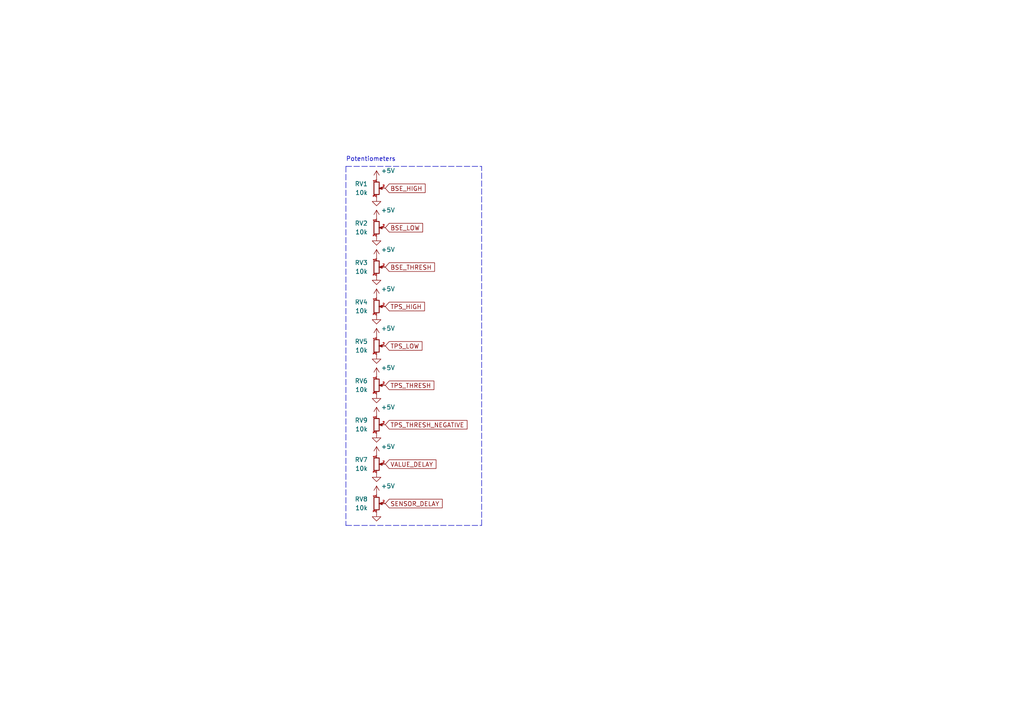
<source format=kicad_sch>
(kicad_sch (version 20231120) (generator "eeschema") (generator_version "8.0")
  (paper "A4")
  (lib_symbols
    (symbol "+5V_1" (power) (pin_names (offset 0))
      (property "Value" "+5V" (at 0 3.556 0))
      (symbol "+5V_1_0_1"
        (polyline (pts (xy -0.762 1.27) (xy 0 2.54)))
        (polyline (pts (xy 0 0) (xy 0 2.54)))
        (polyline (pts (xy 0 2.54) (xy 0.762 1.27)))
      )
      (symbol "+5V_1_1_1"
        (pin power_in line (at 0 0 90) (length 0) hide (name "+5V") (number "1"))
      )
    )
    (symbol "+5V_2" (power) (pin_names (offset 0))
      (property "Value" "+5V" (at 0 3.556 0))
      (symbol "+5V_2_0_1"
        (polyline (pts (xy -0.762 1.27) (xy 0 2.54)))
        (polyline (pts (xy 0 0) (xy 0 2.54)))
        (polyline (pts (xy 0 2.54) (xy 0.762 1.27)))
      )
      (symbol "+5V_2_1_1"
        (pin power_in line (at 0 0 90) (length 0) hide (name "+5V") (number "1"))
      )
    )
    (symbol "+5V_3" (power) (pin_names (offset 0))
      (property "Value" "+5V" (at 0 3.556 0))
      (symbol "+5V_3_0_1"
        (polyline (pts (xy -0.762 1.27) (xy 0 2.54)))
        (polyline (pts (xy 0 0) (xy 0 2.54)))
        (polyline (pts (xy 0 2.54) (xy 0.762 1.27)))
      )
      (symbol "+5V_3_1_1"
        (pin power_in line (at 0 0 90) (length 0) hide (name "+5V") (number "1"))
      )
    )
    (symbol "+5V_4" (power) (pin_names (offset 0))
      (property "Value" "+5V" (at 0 3.556 0))
      (symbol "+5V_4_0_1"
        (polyline (pts (xy -0.762 1.27) (xy 0 2.54)))
        (polyline (pts (xy 0 0) (xy 0 2.54)))
        (polyline (pts (xy 0 2.54) (xy 0.762 1.27)))
      )
      (symbol "+5V_4_1_1"
        (pin power_in line (at 0 0 90) (length 0) hide (name "+5V") (number "1"))
      )
    )
    (symbol "+5V_5" (power) (pin_names (offset 0))
      (property "Value" "+5V" (at 0 3.556 0))
      (symbol "+5V_5_0_1"
        (polyline (pts (xy -0.762 1.27) (xy 0 2.54)))
        (polyline (pts (xy 0 0) (xy 0 2.54)))
        (polyline (pts (xy 0 2.54) (xy 0.762 1.27)))
      )
      (symbol "+5V_5_1_1"
        (pin power_in line (at 0 0 90) (length 0) hide (name "+5V") (number "1"))
      )
    )
    (symbol "+5V_6" (power) (pin_names (offset 0))
      (property "Value" "+5V" (at 0 3.556 0))
      (symbol "+5V_6_0_1"
        (polyline (pts (xy -0.762 1.27) (xy 0 2.54)))
        (polyline (pts (xy 0 0) (xy 0 2.54)))
        (polyline (pts (xy 0 2.54) (xy 0.762 1.27)))
      )
      (symbol "+5V_6_1_1"
        (pin power_in line (at 0 0 90) (length 0) hide (name "+5V") (number "1"))
      )
    )
    (symbol "+5V_7" (power) (pin_names (offset 0))
      (property "Value" "+5V" (at 0 3.556 0))
      (symbol "+5V_7_0_1"
        (polyline (pts (xy -0.762 1.27) (xy 0 2.54)))
        (polyline (pts (xy 0 0) (xy 0 2.54)))
        (polyline (pts (xy 0 2.54) (xy 0.762 1.27)))
      )
      (symbol "+5V_7_1_1"
        (pin power_in line (at 0 0 90) (length 0) hide (name "+5V") (number "1"))
      )
    )
    (symbol "+5V_8" (power) (pin_names (offset 0))
      (property "Value" "+5V" (at 0 3.556 0))
      (symbol "+5V_8_0_1"
        (polyline (pts (xy -0.762 1.27) (xy 0 2.54)))
        (polyline (pts (xy 0 0) (xy 0 2.54)))
        (polyline (pts (xy 0 2.54) (xy 0.762 1.27)))
      )
      (symbol "+5V_8_1_1"
        (pin power_in line (at 0 0 90) (length 0) hide (name "+5V") (number "1"))
      )
    )
    (symbol "Device:R_Potentiometer_Small" (pin_names (offset 1.016) hide)
      (property "Reference" "RV" (at -4.445 0 90))
      (property "Value" "R_Potentiometer_Small" (at -2.54 0 90))
      (symbol "R_Potentiometer_Small_0_1"
        (polyline (pts (xy 0.889 0) (xy 0.635 0) (xy 1.651 0.381) (xy 1.651 -0.381) (xy 0.635 0) (xy 0.889 0)) (fill (type outline)))
        (rectangle (start 0.762 1.8034) (end -0.762 -1.8034) (stroke (width 0.254)))
      )
      (symbol "R_Potentiometer_Small_1_1"
        (pin passive line (at 0 2.54 270) (length 0.635) (name "1") (number "1"))
        (pin passive line (at 2.54 0 180) (length 0.9906) (name "2") (number "2"))
        (pin passive line (at 0 -2.54 90) (length 0.635) (name "3") (number "3"))
      )
    )
    (symbol "GND_1" (power) (pin_names (offset 0))
      (property "Value" "GND" (at 0 -3.81 0))
      (symbol "GND_1_0_1"
        (polyline (pts (xy 0 0) (xy 0 -1.27) (xy 1.27 -1.27) (xy 0 -2.54) (xy -1.27 -1.27) (xy 0 -1.27)))
      )
      (symbol "GND_1_1_1"
        (pin power_in line (at 0 0 270) (length 0) hide (name "GND") (number "1"))
      )
    )
    (symbol "GND_2" (power) (pin_names (offset 0))
      (property "Value" "GND" (at 0 -3.81 0))
      (symbol "GND_2_0_1"
        (polyline (pts (xy 0 0) (xy 0 -1.27) (xy 1.27 -1.27) (xy 0 -2.54) (xy -1.27 -1.27) (xy 0 -1.27)))
      )
      (symbol "GND_2_1_1"
        (pin power_in line (at 0 0 270) (length 0) hide (name "GND") (number "1"))
      )
    )
    (symbol "GND_3" (power) (pin_names (offset 0))
      (property "Value" "GND" (at 0 -3.81 0))
      (symbol "GND_3_0_1"
        (polyline (pts (xy 0 0) (xy 0 -1.27) (xy 1.27 -1.27) (xy 0 -2.54) (xy -1.27 -1.27) (xy 0 -1.27)))
      )
      (symbol "GND_3_1_1"
        (pin power_in line (at 0 0 270) (length 0) hide (name "GND") (number "1"))
      )
    )
    (symbol "GND_4" (power) (pin_names (offset 0))
      (property "Value" "GND" (at 0 -3.81 0))
      (symbol "GND_4_0_1"
        (polyline (pts (xy 0 0) (xy 0 -1.27) (xy 1.27 -1.27) (xy 0 -2.54) (xy -1.27 -1.27) (xy 0 -1.27)))
      )
      (symbol "GND_4_1_1"
        (pin power_in line (at 0 0 270) (length 0) hide (name "GND") (number "1"))
      )
    )
    (symbol "GND_5" (power) (pin_names (offset 0))
      (property "Value" "GND" (at 0 -3.81 0))
      (symbol "GND_5_0_1"
        (polyline (pts (xy 0 0) (xy 0 -1.27) (xy 1.27 -1.27) (xy 0 -2.54) (xy -1.27 -1.27) (xy 0 -1.27)))
      )
      (symbol "GND_5_1_1"
        (pin power_in line (at 0 0 270) (length 0) hide (name "GND") (number "1"))
      )
    )
    (symbol "GND_6" (power) (pin_names (offset 0))
      (property "Value" "GND" (at 0 -3.81 0))
      (symbol "GND_6_0_1"
        (polyline (pts (xy 0 0) (xy 0 -1.27) (xy 1.27 -1.27) (xy 0 -2.54) (xy -1.27 -1.27) (xy 0 -1.27)))
      )
      (symbol "GND_6_1_1"
        (pin power_in line (at 0 0 270) (length 0) hide (name "GND") (number "1"))
      )
    )
    (symbol "GND_7" (power) (pin_names (offset 0))
      (property "Value" "GND" (at 0 -3.81 0))
      (symbol "GND_7_0_1"
        (polyline (pts (xy 0 0) (xy 0 -1.27) (xy 1.27 -1.27) (xy 0 -2.54) (xy -1.27 -1.27) (xy 0 -1.27)))
      )
      (symbol "GND_7_1_1"
        (pin power_in line (at 0 0 270) (length 0) hide (name "GND") (number "1"))
      )
    )
    (symbol "GND_8" (power) (pin_names (offset 0))
      (property "Value" "GND" (at 0 -3.81 0))
      (symbol "GND_8_0_1"
        (polyline (pts (xy 0 0) (xy 0 -1.27) (xy 1.27 -1.27) (xy 0 -2.54) (xy -1.27 -1.27) (xy 0 -1.27)))
      )
      (symbol "GND_8_1_1"
        (pin power_in line (at 0 0 270) (length 0) hide (name "GND") (number "1"))
      )
    )
    (symbol "power:+5V" (power) (pin_names (offset 0))
      (property "Value" "+5V" (at 0 3.556 0))
      (symbol "+5V_0_1"
        (polyline (pts (xy -0.762 1.27) (xy 0 2.54)))
        (polyline (pts (xy 0 0) (xy 0 2.54)))
        (polyline (pts (xy 0 2.54) (xy 0.762 1.27)))
      )
      (symbol "+5V_1_1"
        (pin power_in line (at 0 0 90) (length 0) hide (name "+5V") (number "1"))
      )
    )
    (symbol "power:GND" (power) (pin_names (offset 0))
      (property "Value" "GND" (at 0 -3.81 0))
      (symbol "GND_0_1"
        (polyline (pts (xy 0 0) (xy 0 -1.27) (xy 1.27 -1.27) (xy 0 -2.54) (xy -1.27 -1.27) (xy 0 -1.27)))
      )
      (symbol "GND_1_1"
        (pin power_in line (at 0 0 270) (length 0) hide (name "GND") (number "1"))
      )
    )
  )
  (polyline (pts (xy 139.7 152.4) (xy 139.7 48.26)) (stroke (width 0) (type dash)))
  (polyline (pts (xy 100.33 48.26) (xy 100.33 152.4)) (stroke (width 0) (type dash)))
  (polyline (pts (xy 100.33 152.4) (xy 139.7 152.4)) (stroke (width 0) (type dash)))
  (polyline (pts (xy 100.33 48.26) (xy 139.7 48.26)) (stroke (width 0) (type dash)))
  (text "Potentiometers" (at 100.33 46.99 0) (effects (font (size 1.27 1.27)) (justify left bottom)))
  (global_label "BSE_THRESH" (shape input) (at 111.76 77.47 0) (property "Intersheetrefs" "${INTERSHEET_REFS}" (effects (hide yes))))
  (global_label "SENSOR_DELAY" (shape input) (at 111.76 146.05 0) (property "Intersheetrefs" "${INTERSHEET_REFS}" (effects (hide yes))))
  (global_label "TPS_THRESH_NEGATIVE" (shape input) (at 111.76 123.19 0) (property "Intersheetrefs" "${INTERSHEET_REFS}" (effects (hide yes))))
  (global_label "TPS_THRESH" (shape input) (at 111.76 111.76 0) (property "Intersheetrefs" "${INTERSHEET_REFS}" (effects (hide yes))))
  (global_label "BSE_HIGH" (shape input) (at 111.76 54.61 0) (property "Intersheetrefs" "${INTERSHEET_REFS}" (effects (hide yes))))
  (global_label "TPS_LOW" (shape input) (at 111.76 100.33 0) (property "Intersheetrefs" "${INTERSHEET_REFS}" (effects (hide yes))))
  (global_label "VALUE_DELAY" (shape input) (at 111.76 134.62 0) (property "Intersheetrefs" "${INTERSHEET_REFS}" (effects (hide yes))))
  (global_label "BSE_LOW" (shape input) (at 111.76 66.04 0) (property "Intersheetrefs" "${INTERSHEET_REFS}" (effects (hide yes))))
  (global_label "TPS_HIGH" (shape input) (at 111.76 88.9 0) (property "Intersheetrefs" "${INTERSHEET_REFS}" (effects (hide yes))))
  (symbol (lib_id "power:GND") (at 109.22 80.01 0) (unit 1)
    (property "Reference" "#PWR048" (effects (hide yes)))
    (property "Value" "GND" (effects (hide yes)))
  )
  (symbol (lib_name "GND_8") (lib_id "power:GND") (at 109.22 68.58 0) (unit 1)
    (property "Reference" "#PWR046" (effects (hide yes)))
    (property "Value" "GND" (effects (hide yes)))
  )
  (symbol (lib_name "GND_7") (lib_id "power:GND") (at 109.22 57.15 0) (unit 1)
    (property "Reference" "#PWR044" (effects (hide yes)))
    (property "Value" "GND" (effects (hide yes)))
  )
  (symbol (lib_name "GND_1") (lib_id "power:GND") (at 109.22 125.73 0) (unit 1)
    (property "Reference" "#PWR012" (effects (hide yes)))
    (property "Value" "GND" (effects (hide yes)))
  )
  (symbol (lib_id "power:+5V") (at 109.22 132.08 0) (unit 1)
    (property "Reference" "#PWR055" (effects (hide yes)))
    (property "Value" "+5V" (at 110.49 129.54 0) (effects (justify left)))
  )
  (symbol (lib_name "+5V_8") (lib_id "power:+5V") (at 109.22 52.07 0) (unit 1)
    (property "Reference" "#PWR043" (effects (hide yes)))
    (property "Value" "+5V" (at 110.49 49.53 0) (effects (justify left)))
  )
  (symbol (lib_name "GND_6") (lib_id "power:GND") (at 109.22 137.16 0) (unit 1)
    (property "Reference" "#PWR056" (effects (hide yes)))
    (property "Value" "GND" (effects (hide yes)))
  )
  (symbol (lib_id "Device:R_Potentiometer_Small") (at 109.22 123.19 0) (unit 1)
    (property "Reference" "RV9" (at 106.68 121.9199 0) (effects (justify right)))
    (property "Value" "10k" (at 106.68 124.4599 0) (effects (justify right)))
    (property "Footprint" "Potentiometer_SMD:Potentiometer_Bourns_TC33X_Vertical" (effects (hide yes)))
    (property "LCSC" "C719176" (effects (hide yes)))
    (property "Sim.Device" "SPICE" (effects (hide yes)))
    (property "Sim.Params" "type=\"X\" model=\"Potentiometer\" lib=\"SPICE models/pot.lib\"" (effects (hide yes)))
    (property "Sim.Pins" "1=1 2=2 3=3" (effects (hide yes)))
  )
  (symbol (lib_name "GND_2") (lib_id "power:GND") (at 109.22 148.59 0) (unit 1)
    (property "Reference" "#PWR058" (effects (hide yes)))
    (property "Value" "GND" (effects (hide yes)))
  )
  (symbol (lib_id "Device:R_Potentiometer_Small") (at 109.22 134.62 0) (unit 1)
    (property "Reference" "RV7" (at 106.68 133.3499 0) (effects (justify right)))
    (property "Value" "10k" (at 106.68 135.8899 0) (effects (justify right)))
    (property "Footprint" "Potentiometer_SMD:Potentiometer_Bourns_TC33X_Vertical" (effects (hide yes)))
    (property "LCSC" "C719176" (effects (hide yes)))
    (property "Sim.Device" "SPICE" (effects (hide yes)))
    (property "Sim.Params" "type=\"X\" model=\"Potentiometer\" lib=\"SPICE models/pot.lib\"" (effects (hide yes)))
    (property "Sim.Pins" "1=1 2=2 3=3" (effects (hide yes)))
  )
  (symbol (lib_name "+5V_3") (lib_id "power:+5V") (at 109.22 97.79 0) (unit 1)
    (property "Reference" "#PWR051" (effects (hide yes)))
    (property "Value" "+5V" (at 110.49 95.25 0) (effects (justify left)))
  )
  (symbol (lib_id "Device:R_Potentiometer_Small") (at 109.22 146.05 0) (unit 1)
    (property "Reference" "RV8" (at 106.68 144.7799 0) (effects (justify right)))
    (property "Value" "10k" (at 106.68 147.3199 0) (effects (justify right)))
    (property "Footprint" "Potentiometer_SMD:Potentiometer_Bourns_TC33X_Vertical" (effects (hide yes)))
    (property "LCSC" "C719176" (effects (hide yes)))
    (property "Sim.Device" "SPICE" (effects (hide yes)))
    (property "Sim.Params" "type=\"X\" model=\"Potentiometer\" lib=\"SPICE models/pot.lib\"" (effects (hide yes)))
    (property "Sim.Pins" "1=1 2=2 3=3" (effects (hide yes)))
  )
  (symbol (lib_id "Device:R_Potentiometer_Small") (at 109.22 66.04 0) (unit 1)
    (property "Reference" "RV2" (at 106.68 64.7699 0) (effects (justify right)))
    (property "Value" "10k" (at 106.68 67.3099 0) (effects (justify right)))
    (property "Footprint" "Potentiometer_SMD:Potentiometer_Bourns_TC33X_Vertical" (effects (hide yes)))
    (property "LCSC" "C719176" (effects (hide yes)))
    (property "Sim.Device" "SPICE" (effects (hide yes)))
    (property "Sim.Params" "type=\"X\" model=\"Potentiometer\" lib=\"SPICE models/pot.lib\"" (effects (hide yes)))
    (property "Sim.Pins" "1=1 2=2 3=3" (effects (hide yes)))
  )
  (symbol (lib_name "GND_4") (lib_id "power:GND") (at 109.22 102.87 0) (unit 1)
    (property "Reference" "#PWR052" (effects (hide yes)))
    (property "Value" "GND" (effects (hide yes)))
  )
  (symbol (lib_name "+5V_7") (lib_id "power:+5V") (at 109.22 143.51 0) (unit 1)
    (property "Reference" "#PWR057" (effects (hide yes)))
    (property "Value" "+5V" (at 110.49 140.97 0) (effects (justify left)))
  )
  (symbol (lib_id "Device:R_Potentiometer_Small") (at 109.22 54.61 0) (unit 1)
    (property "Reference" "RV1" (at 106.68 53.3399 0) (effects (justify right)))
    (property "Value" "10k" (at 106.68 55.8799 0) (effects (justify right)))
    (property "Footprint" "Potentiometer_SMD:Potentiometer_Bourns_TC33X_Vertical" (effects (hide yes)))
    (property "LCSC" "C719176" (effects (hide yes)))
    (property "Sim.Device" "SPICE" (effects (hide yes)))
    (property "Sim.Params" "type=\"X\" model=\"Potentiometer\" lib=\"SPICE models/pot.lib\"" (effects (hide yes)))
    (property "Sim.Pins" "1=1 2=2 3=3" (effects (hide yes)))
  )
  (symbol (lib_name "+5V_5") (lib_id "power:+5V") (at 109.22 109.22 0) (unit 1)
    (property "Reference" "#PWR053" (effects (hide yes)))
    (property "Value" "+5V" (at 110.49 106.68 0) (effects (justify left)))
  )
  (symbol (lib_name "+5V_2") (lib_id "power:+5V") (at 109.22 86.36 0) (unit 1)
    (property "Reference" "#PWR049" (effects (hide yes)))
    (property "Value" "+5V" (at 110.49 83.82 0) (effects (justify left)))
  )
  (symbol (lib_name "+5V_1") (lib_id "power:+5V") (at 109.22 120.65 0) (unit 1)
    (property "Reference" "#PWR08" (effects (hide yes)))
    (property "Value" "+5V" (at 110.49 118.11 0) (effects (justify left)))
  )
  (symbol (lib_name "+5V_4") (lib_id "power:+5V") (at 109.22 74.93 0) (unit 1)
    (property "Reference" "#PWR047" (effects (hide yes)))
    (property "Value" "+5V" (at 110.49 72.39 0) (effects (justify left)))
  )
  (symbol (lib_name "GND_5") (lib_id "power:GND") (at 109.22 114.3 0) (unit 1)
    (property "Reference" "#PWR054" (effects (hide yes)))
    (property "Value" "GND" (effects (hide yes)))
  )
  (symbol (lib_id "Device:R_Potentiometer_Small") (at 109.22 77.47 0) (unit 1)
    (property "Reference" "RV3" (at 106.68 76.1999 0) (effects (justify right)))
    (property "Value" "10k" (at 106.68 78.7399 0) (effects (justify right)))
    (property "Footprint" "Potentiometer_SMD:Potentiometer_Bourns_TC33X_Vertical" (effects (hide yes)))
    (property "LCSC" "C719176" (effects (hide yes)))
    (property "Sim.Device" "SPICE" (effects (hide yes)))
    (property "Sim.Params" "type=\"X\" model=\"Potentiometer\" lib=\"SPICE models/pot.lib\"" (effects (hide yes)))
    (property "Sim.Pins" "1=1 2=2 3=3" (effects (hide yes)))
  )
  (symbol (lib_name "+5V_6") (lib_id "power:+5V") (at 109.22 63.5 0) (unit 1)
    (property "Reference" "#PWR045" (effects (hide yes)))
    (property "Value" "+5V" (at 110.49 60.96 0) (effects (justify left)))
  )
  (symbol (lib_id "Device:R_Potentiometer_Small") (at 109.22 100.33 0) (unit 1)
    (property "Reference" "RV5" (at 106.68 99.0599 0) (effects (justify right)))
    (property "Value" "10k" (at 106.68 101.5999 0) (effects (justify right)))
    (property "Footprint" "Potentiometer_SMD:Potentiometer_Bourns_TC33X_Vertical" (effects (hide yes)))
    (property "LCSC" "C719176" (effects (hide yes)))
    (property "Sim.Device" "SPICE" (effects (hide yes)))
    (property "Sim.Params" "type=\"X\" model=\"Potentiometer\" lib=\"SPICE models/pot.lib\"" (effects (hide yes)))
    (property "Sim.Pins" "1=1 2=2 3=3" (effects (hide yes)))
  )
  (symbol (lib_id "Device:R_Potentiometer_Small") (at 109.22 88.9 0) (unit 1)
    (property "Reference" "RV4" (at 106.68 87.6299 0) (effects (justify right)))
    (property "Value" "10k" (at 106.68 90.1699 0) (effects (justify right)))
    (property "Footprint" "Potentiometer_SMD:Potentiometer_Bourns_TC33X_Vertical" (effects (hide yes)))
    (property "LCSC" "C719176" (effects (hide yes)))
    (property "Sim.Device" "SPICE" (effects (hide yes)))
    (property "Sim.Params" "type=\"X\" model=\"Potentiometer\" lib=\"SPICE models/pot.lib\"" (effects (hide yes)))
    (property "Sim.Pins" "1=1 2=2 3=3" (effects (hide yes)))
  )
  (symbol (lib_id "Device:R_Potentiometer_Small") (at 109.22 111.76 0) (unit 1)
    (property "Reference" "RV6" (at 106.68 110.4899 0) (effects (justify right)))
    (property "Value" "10k" (at 106.68 113.0299 0) (effects (justify right)))
    (property "Footprint" "Potentiometer_SMD:Potentiometer_Bourns_TC33X_Vertical" (effects (hide yes)))
    (property "LCSC" "C719176" (effects (hide yes)))
    (property "Sim.Device" "SPICE" (effects (hide yes)))
    (property "Sim.Params" "type=\"X\" model=\"Potentiometer\" lib=\"SPICE models/pot.lib\"" (effects (hide yes)))
    (property "Sim.Pins" "1=1 2=2 3=3" (effects (hide yes)))
  )
  (symbol (lib_name "GND_3") (lib_id "power:GND") (at 109.22 91.44 0) (unit 1)
    (property "Reference" "#PWR050" (effects (hide yes)))
    (property "Value" "GND" (effects (hide yes)))
  )
)
</source>
